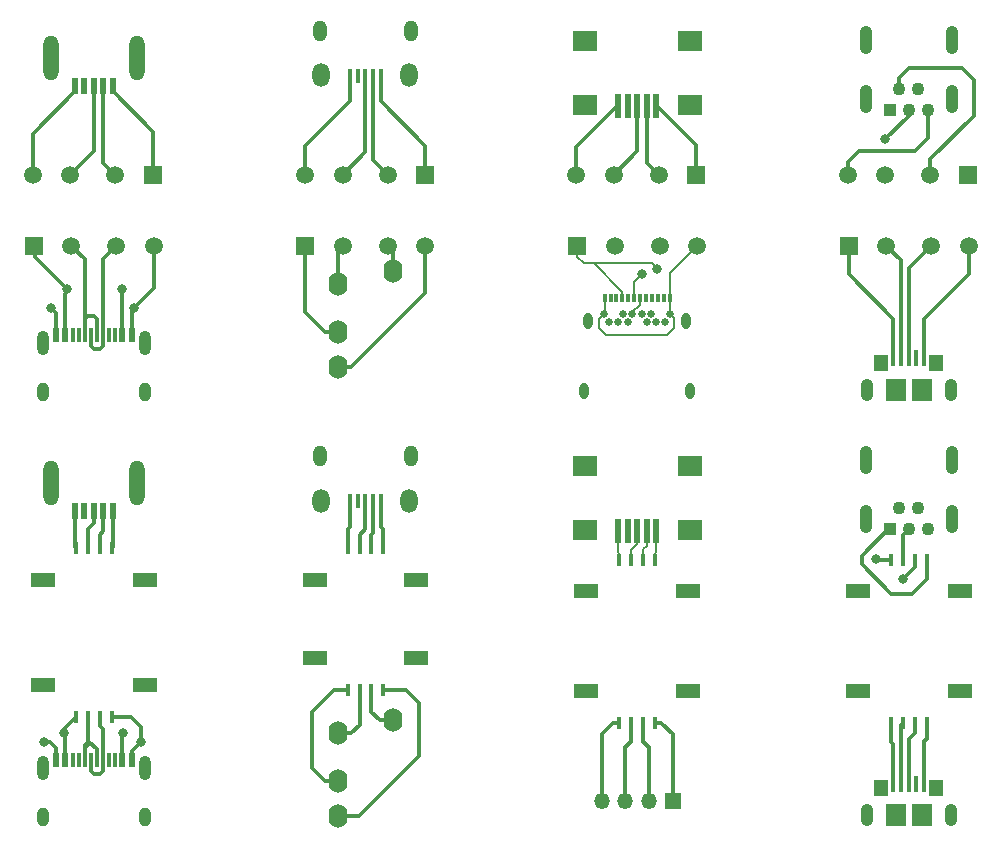
<source format=gbr>
G04 #@! TF.GenerationSoftware,KiCad,Pcbnew,(5.1.5)-3*
G04 #@! TF.CreationDate,2020-04-27T00:01:42+07:00*
G04 #@! TF.ProjectId,adapter,61646170-7465-4722-9e6b-696361645f70,rev?*
G04 #@! TF.SameCoordinates,Original*
G04 #@! TF.FileFunction,Copper,L1,Top*
G04 #@! TF.FilePolarity,Positive*
%FSLAX46Y46*%
G04 Gerber Fmt 4.6, Leading zero omitted, Abs format (unit mm)*
G04 Created by KiCad (PCBNEW (5.1.5)-3) date 2020-04-27 00:01:42*
%MOMM*%
%LPD*%
G04 APERTURE LIST*
%ADD10O,1.350000X1.350000*%
%ADD11R,1.350000X1.350000*%
%ADD12R,2.000000X1.300000*%
%ADD13R,0.400000X1.000000*%
%ADD14O,1.600000X2.000000*%
%ADD15R,0.500000X1.400000*%
%ADD16O,1.300000X3.800000*%
%ADD17O,1.150000X1.800000*%
%ADD18O,1.450000X2.000000*%
%ADD19R,0.450000X1.300000*%
%ADD20R,0.300000X1.150000*%
%ADD21R,0.600000X1.150000*%
%ADD22O,1.000000X1.600000*%
%ADD23O,1.000000X2.100000*%
%ADD24O,1.100000X2.400000*%
%ADD25R,1.750000X1.900000*%
%ADD26R,0.400000X1.400000*%
%ADD27O,1.050000X1.900000*%
%ADD28R,1.150000X1.450000*%
%ADD29R,0.500000X2.000000*%
%ADD30R,2.000000X1.700000*%
%ADD31R,1.100000X1.100000*%
%ADD32C,1.100000*%
%ADD33R,1.500000X1.500000*%
%ADD34C,1.500000*%
%ADD35C,0.650000*%
%ADD36O,0.800000X1.400000*%
%ADD37R,0.300000X0.700000*%
%ADD38C,0.800000*%
%ADD39C,0.310000*%
%ADD40C,0.200000*%
G04 APERTURE END LIST*
D10*
X68000000Y-81500000D03*
X70000000Y-81500000D03*
X72000000Y-81500000D03*
D11*
X74000000Y-81500000D03*
D12*
X75300000Y-72210000D03*
X66700000Y-72210000D03*
D13*
X72500000Y-74910000D03*
X71500000Y-74910000D03*
X70500000Y-74910000D03*
X69500000Y-74910000D03*
X46500000Y-72160000D03*
X47500000Y-72160000D03*
X48500000Y-72160000D03*
X49500000Y-72160000D03*
D12*
X43700000Y-69460000D03*
X52300000Y-69460000D03*
D14*
X50300000Y-74700000D03*
X45700000Y-75800000D03*
X45700000Y-82800000D03*
X45700000Y-79800000D03*
D13*
X92500000Y-74910000D03*
X93500000Y-74910000D03*
X94500000Y-74910000D03*
X95500000Y-74910000D03*
D12*
X89700000Y-72210000D03*
X98300000Y-72210000D03*
X29300000Y-71710000D03*
X20700000Y-71710000D03*
D13*
X26500000Y-74410000D03*
X25500000Y-74410000D03*
X24500000Y-74410000D03*
X23500000Y-74410000D03*
D12*
X89700000Y-63790000D03*
X98300000Y-63790000D03*
D13*
X92500000Y-61090000D03*
X93500000Y-61090000D03*
X94500000Y-61090000D03*
X95500000Y-61090000D03*
X72500000Y-61090000D03*
X71500000Y-61090000D03*
X70500000Y-61090000D03*
X69500000Y-61090000D03*
D12*
X75300000Y-63790000D03*
X66700000Y-63790000D03*
X43700000Y-62790000D03*
X52300000Y-62790000D03*
D13*
X46500000Y-60090000D03*
X47500000Y-60090000D03*
X48500000Y-60090000D03*
X49500000Y-60090000D03*
D12*
X20700000Y-62790000D03*
X29300000Y-62790000D03*
D13*
X23500000Y-60090000D03*
X24500000Y-60090000D03*
X25500000Y-60090000D03*
X26500000Y-60090000D03*
D15*
X26600000Y-57000000D03*
X25800000Y-57000000D03*
X25000000Y-57000000D03*
X24200000Y-57000000D03*
X23400000Y-57000000D03*
D16*
X28650000Y-54600000D03*
X21350000Y-54600000D03*
D17*
X44125000Y-52300000D03*
X51875000Y-52300000D03*
D18*
X44275000Y-56100000D03*
X51725000Y-56100000D03*
D19*
X46700000Y-56150000D03*
X47350000Y-56150000D03*
X48000000Y-56150000D03*
X48650000Y-56150000D03*
X49300000Y-56150000D03*
D20*
X23250000Y-78055000D03*
X23750000Y-78055000D03*
X24250000Y-78055000D03*
X26750000Y-78055000D03*
X26250000Y-78055000D03*
X25750000Y-78055000D03*
X25250000Y-78055000D03*
D21*
X21800000Y-78055000D03*
D22*
X29320000Y-82900000D03*
X20680000Y-82900000D03*
D23*
X29320000Y-78720000D03*
X20680000Y-78720000D03*
D21*
X22600000Y-78055000D03*
X27400000Y-78055000D03*
X28200000Y-78055000D03*
D20*
X24750000Y-78055000D03*
D24*
X97650000Y-52625000D03*
X90350000Y-52625000D03*
D25*
X95125000Y-82700000D03*
D26*
X93350000Y-80050000D03*
X92700000Y-80050000D03*
X95300000Y-80050000D03*
X94650000Y-80050000D03*
X94000000Y-80050000D03*
D25*
X92875000Y-82700000D03*
D27*
X90425000Y-82700000D03*
X97575000Y-82700000D03*
D28*
X96320000Y-80470000D03*
X91680000Y-80470000D03*
D29*
X72600000Y-58700000D03*
X71800000Y-58700000D03*
X71000000Y-58700000D03*
X70200000Y-58700000D03*
X69400000Y-58700000D03*
D30*
X75450000Y-58600000D03*
X75450000Y-53150000D03*
X66550000Y-58600000D03*
X66550000Y-53150000D03*
D31*
X92400000Y-58500000D03*
D32*
X93200000Y-56750000D03*
X94000000Y-58500000D03*
X94800000Y-56750000D03*
X95600000Y-58500000D03*
D24*
X90350000Y-57625000D03*
X97650000Y-57625000D03*
D28*
X91680000Y-44470000D03*
X96320000Y-44470000D03*
D27*
X97575000Y-46700000D03*
X90425000Y-46700000D03*
D25*
X92875000Y-46700000D03*
D26*
X94000000Y-44050000D03*
X94650000Y-44050000D03*
X95300000Y-44050000D03*
X92700000Y-44050000D03*
X93350000Y-44050000D03*
D25*
X95125000Y-46700000D03*
D33*
X88920000Y-34500000D03*
D34*
X92095000Y-34500000D03*
X95905000Y-34500000D03*
X99080000Y-34500000D03*
D35*
X68600000Y-40990000D03*
X69400000Y-40990000D03*
X70200000Y-40990000D03*
X71800000Y-40990000D03*
X72600000Y-40990000D03*
X73400000Y-40990000D03*
X68200000Y-40290000D03*
X69800000Y-40290000D03*
X70600000Y-40290000D03*
X71400000Y-40290000D03*
X72200000Y-40290000D03*
X73800000Y-40290000D03*
D36*
X66510000Y-46840000D03*
X75490000Y-46840000D03*
X75130000Y-40890000D03*
D37*
X73250000Y-38980000D03*
X71750000Y-38980000D03*
X72250000Y-38980000D03*
X72750000Y-38980000D03*
X73750000Y-38980000D03*
X71250000Y-38980000D03*
X70750000Y-38980000D03*
X70250000Y-38980000D03*
X69750000Y-38980000D03*
X69250000Y-38980000D03*
X68750000Y-38980000D03*
X68250000Y-38980000D03*
D36*
X66870000Y-40890000D03*
D24*
X90350000Y-17125000D03*
X97650000Y-17125000D03*
D33*
X65920000Y-34500000D03*
D34*
X69095000Y-34500000D03*
X72905000Y-34500000D03*
X76080000Y-34500000D03*
D24*
X97650000Y-22125000D03*
X90350000Y-22125000D03*
D32*
X95600000Y-23000000D03*
X94800000Y-21250000D03*
X94000000Y-23000000D03*
X93200000Y-21250000D03*
D31*
X92400000Y-23000000D03*
D34*
X88825000Y-28500000D03*
X92000000Y-28500000D03*
X95810000Y-28500000D03*
D33*
X98985000Y-28500000D03*
D30*
X66550000Y-17150000D03*
X66550000Y-22600000D03*
X75450000Y-17150000D03*
X75450000Y-22600000D03*
D29*
X69400000Y-22700000D03*
X70200000Y-22700000D03*
X71000000Y-22700000D03*
X71800000Y-22700000D03*
X72600000Y-22700000D03*
D33*
X75985000Y-28500000D03*
D34*
X72810000Y-28500000D03*
X69000000Y-28500000D03*
X65825000Y-28500000D03*
X19825000Y-28500000D03*
X23000000Y-28500000D03*
X26810000Y-28500000D03*
D33*
X29985000Y-28500000D03*
D34*
X42920000Y-28500000D03*
X46095000Y-28500000D03*
X49905000Y-28500000D03*
D33*
X53080000Y-28500000D03*
D34*
X30080000Y-34500000D03*
X26905000Y-34500000D03*
X23095000Y-34500000D03*
D33*
X19920000Y-34500000D03*
D19*
X49300000Y-20150000D03*
X48650000Y-20150000D03*
X48000000Y-20150000D03*
X47350000Y-20150000D03*
X46700000Y-20150000D03*
D18*
X51725000Y-20100000D03*
X44275000Y-20100000D03*
D17*
X51875000Y-16300000D03*
X44125000Y-16300000D03*
D16*
X21350000Y-18600000D03*
X28650000Y-18600000D03*
D15*
X23400000Y-21000000D03*
X24200000Y-21000000D03*
X25000000Y-21000000D03*
X25800000Y-21000000D03*
X26600000Y-21000000D03*
D20*
X24750000Y-42055000D03*
D21*
X28200000Y-42055000D03*
X27400000Y-42055000D03*
X22600000Y-42055000D03*
D23*
X20680000Y-42720000D03*
X29320000Y-42720000D03*
D22*
X20680000Y-46900000D03*
X29320000Y-46900000D03*
D21*
X21800000Y-42055000D03*
D20*
X25250000Y-42055000D03*
X25750000Y-42055000D03*
X26250000Y-42055000D03*
X26750000Y-42055000D03*
X24250000Y-42055000D03*
X23750000Y-42055000D03*
X23250000Y-42055000D03*
D14*
X45700000Y-41800000D03*
X45700000Y-44800000D03*
X45700000Y-37800000D03*
X50300000Y-36700000D03*
D33*
X42920000Y-34500000D03*
D34*
X46095000Y-34500000D03*
X49905000Y-34500000D03*
X53080000Y-34500000D03*
D38*
X22750000Y-38200000D03*
X27400000Y-38200000D03*
X28400000Y-39800000D03*
X92000000Y-25500000D03*
X21400000Y-39800000D03*
X71400000Y-36900000D03*
X72700000Y-36450000D03*
X91250000Y-61000000D03*
X93500000Y-62750000D03*
X29000000Y-76500000D03*
X20750000Y-76500000D03*
X27500000Y-75750000D03*
X22500000Y-75750000D03*
D39*
X46700000Y-20650000D02*
X46700000Y-22300000D01*
X42920000Y-26080000D02*
X42920000Y-28500000D01*
X46700000Y-22300000D02*
X42920000Y-26080000D01*
X49300000Y-22300000D02*
X49300000Y-20650000D01*
X53080000Y-26080000D02*
X49300000Y-22300000D01*
X53080000Y-28500000D02*
X53080000Y-26080000D01*
X19825000Y-25025000D02*
X19825000Y-28500000D01*
X23400000Y-21000000D02*
X23400000Y-21450000D01*
X23400000Y-21450000D02*
X19825000Y-25025000D01*
X26600000Y-21450000D02*
X30000000Y-24850000D01*
X26600000Y-21000000D02*
X26600000Y-21450000D01*
X30000000Y-27424340D02*
X30000000Y-24850000D01*
X29985000Y-27439340D02*
X30000000Y-27424340D01*
X29985000Y-28500000D02*
X29985000Y-27439340D01*
X24750000Y-42055000D02*
X24750000Y-43000000D01*
X24750000Y-43000000D02*
X25000000Y-43250000D01*
X25000000Y-43250000D02*
X25500000Y-43250000D01*
X25500000Y-43250000D02*
X25750000Y-43000000D01*
X25750000Y-43000000D02*
X25750000Y-42055000D01*
X25250000Y-41250000D02*
X25250000Y-42055000D01*
X25250000Y-40750000D02*
X25250000Y-41250000D01*
X25000000Y-40500000D02*
X25250000Y-40750000D01*
X24500000Y-40500000D02*
X24250000Y-40750000D01*
X24250000Y-40750000D02*
X24250000Y-40500000D01*
X24250000Y-42055000D02*
X24250000Y-40750000D01*
X24500000Y-40500000D02*
X25000000Y-40500000D01*
X24250000Y-40500000D02*
X24500000Y-40500000D01*
X53080000Y-35560000D02*
X53080000Y-34500000D01*
X53080000Y-38530000D02*
X53080000Y-35560000D01*
X46810000Y-44800000D02*
X53080000Y-38530000D01*
X45700000Y-44800000D02*
X46810000Y-44800000D01*
X50300000Y-34895000D02*
X49905000Y-34500000D01*
X50300000Y-36700000D02*
X50300000Y-34895000D01*
X45700000Y-34895000D02*
X46095000Y-34500000D01*
X45700000Y-37800000D02*
X45700000Y-34895000D01*
X44590000Y-41800000D02*
X45700000Y-41800000D01*
X42920000Y-40130000D02*
X44590000Y-41800000D01*
X42920000Y-34500000D02*
X42920000Y-40130000D01*
X22600000Y-42055000D02*
X22600000Y-38600000D01*
X22600000Y-38600000D02*
X23000000Y-38200000D01*
X27400000Y-38765685D02*
X27400000Y-42055000D01*
X27400000Y-38200000D02*
X27400000Y-38765685D01*
X28200000Y-42055000D02*
X28200000Y-40000000D01*
X28200000Y-40000000D02*
X28400000Y-39800000D01*
X75985000Y-28500000D02*
X75985000Y-27439340D01*
X75985000Y-27439340D02*
X76000000Y-27424340D01*
X65825000Y-26175000D02*
X65825000Y-28500000D01*
X69300000Y-22700000D02*
X65825000Y-26175000D01*
X69400000Y-22700000D02*
X69300000Y-22700000D01*
X75985000Y-25985000D02*
X75985000Y-28500000D01*
X72700000Y-22700000D02*
X75985000Y-25985000D01*
X72600000Y-22700000D02*
X72700000Y-22700000D01*
X95600000Y-22700000D02*
X95700000Y-22700000D01*
X92400000Y-22700000D02*
X92300000Y-22700000D01*
X25800000Y-27490000D02*
X26810000Y-28500000D01*
X25800000Y-21000000D02*
X25800000Y-27490000D01*
X25000000Y-26500000D02*
X23000000Y-28500000D01*
X25000000Y-21000000D02*
X25000000Y-26500000D01*
X48650000Y-27245000D02*
X49905000Y-28500000D01*
X48650000Y-20150000D02*
X48650000Y-27245000D01*
X48000000Y-26595000D02*
X46095000Y-28500000D01*
X48000000Y-20150000D02*
X48000000Y-26595000D01*
X71800000Y-27490000D02*
X72810000Y-28500000D01*
X71800000Y-22700000D02*
X71800000Y-27490000D01*
X71000000Y-26500000D02*
X69000000Y-28500000D01*
X71000000Y-22700000D02*
X71000000Y-26500000D01*
X95810000Y-27190000D02*
X95810000Y-28500000D01*
X99500000Y-23500000D02*
X95810000Y-27190000D01*
X99500000Y-20500000D02*
X99500000Y-23500000D01*
X94000000Y-19500000D02*
X98500000Y-19500000D01*
X93200000Y-20300000D02*
X94000000Y-19500000D01*
X98500000Y-19500000D02*
X99500000Y-20500000D01*
X93200000Y-21250000D02*
X93200000Y-20300000D01*
X88825000Y-27439340D02*
X89764340Y-26500000D01*
X88825000Y-28500000D02*
X88825000Y-27439340D01*
X89764340Y-26500000D02*
X94500000Y-26500000D01*
X95600000Y-25400000D02*
X95600000Y-23000000D01*
X94500000Y-26500000D02*
X95600000Y-25400000D01*
X94000000Y-23500000D02*
X94000000Y-23000000D01*
X92000000Y-25500000D02*
X94000000Y-23500000D01*
X25750000Y-35655000D02*
X26905000Y-34500000D01*
X25750000Y-42055000D02*
X25750000Y-35655000D01*
X24250000Y-35655000D02*
X23095000Y-34500000D01*
X24250000Y-40500000D02*
X24250000Y-35655000D01*
X30080000Y-35560000D02*
X30080000Y-34500000D01*
X21800000Y-40200000D02*
X21400000Y-39800000D01*
X21800000Y-42055000D02*
X21800000Y-40200000D01*
X30080000Y-38120000D02*
X28400000Y-39800000D01*
X30080000Y-34500000D02*
X30080000Y-38120000D01*
X22750000Y-38200000D02*
X20000000Y-35450000D01*
X20000000Y-35450000D02*
X20000000Y-35250000D01*
X19920000Y-34500000D02*
X20000000Y-35250000D01*
D40*
X70600000Y-40290000D02*
X70600000Y-40100000D01*
X70600000Y-40100000D02*
X71200000Y-39500000D01*
X71200000Y-39030000D02*
X71250000Y-38980000D01*
X71200000Y-39500000D02*
X71200000Y-39030000D01*
X73800000Y-39030000D02*
X73750000Y-38980000D01*
X73800000Y-40290000D02*
X73800000Y-39030000D01*
X73750000Y-36830000D02*
X76080000Y-34500000D01*
X73750000Y-38980000D02*
X73750000Y-36830000D01*
X68250000Y-40240000D02*
X68200000Y-40290000D01*
X68250000Y-38980000D02*
X68250000Y-40240000D01*
X74124999Y-40614999D02*
X74124999Y-41475001D01*
X73800000Y-40290000D02*
X74124999Y-40614999D01*
X74124999Y-41475001D02*
X73500000Y-42100000D01*
X73500000Y-42100000D02*
X68400000Y-42100000D01*
X68400000Y-42100000D02*
X67800000Y-41500000D01*
X67875001Y-40614999D02*
X67875001Y-40624999D01*
X68200000Y-40290000D02*
X67875001Y-40614999D01*
X67800000Y-40700000D02*
X67800000Y-41500000D01*
X67875001Y-40624999D02*
X67800000Y-40700000D01*
X70750000Y-37550000D02*
X71400000Y-36900000D01*
X70750000Y-38980000D02*
X70750000Y-37550000D01*
X65920000Y-35450000D02*
X65920000Y-34500000D01*
X66470000Y-36000000D02*
X65920000Y-35450000D01*
X72250000Y-36000000D02*
X66470000Y-36000000D01*
X72700000Y-36450000D02*
X72250000Y-36000000D01*
X67320000Y-36000000D02*
X66470000Y-36000000D01*
X69750000Y-38430000D02*
X67320000Y-36000000D01*
X69750000Y-38980000D02*
X69750000Y-38430000D01*
D39*
X94000000Y-36405000D02*
X95905000Y-34500000D01*
X93350000Y-42850000D02*
X93350000Y-35755000D01*
X93350000Y-35755000D02*
X92095000Y-34500000D01*
X99080000Y-36920000D02*
X99080000Y-34500000D01*
X95300000Y-42350000D02*
X95300000Y-40700000D01*
X88920000Y-34500000D02*
X88920000Y-36920000D01*
X88920000Y-36920000D02*
X92700000Y-40700000D01*
X95300000Y-40700000D02*
X99080000Y-36920000D01*
X92700000Y-40700000D02*
X92700000Y-42350000D01*
X92700000Y-43040000D02*
X92700000Y-40700000D01*
X92700000Y-44050000D02*
X92700000Y-43040000D01*
X95300000Y-43040000D02*
X95300000Y-40700000D01*
X95300000Y-44050000D02*
X95300000Y-43040000D01*
X94000000Y-42500000D02*
X94000000Y-36405000D01*
X94000000Y-44050000D02*
X94000000Y-42500000D01*
X94000000Y-42850000D02*
X94000000Y-42500000D01*
X93350000Y-43040000D02*
X93350000Y-35755000D01*
X93350000Y-44050000D02*
X93350000Y-43040000D01*
X46700000Y-56650000D02*
X46700000Y-58300000D01*
X49300000Y-58300000D02*
X49300000Y-56650000D01*
X23400000Y-57000000D02*
X23400000Y-57450000D01*
X26600000Y-57000000D02*
X26600000Y-57450000D01*
X25000000Y-79250000D02*
X25500000Y-79250000D01*
X24750000Y-78055000D02*
X24750000Y-79000000D01*
X24750000Y-79000000D02*
X25000000Y-79250000D01*
X25500000Y-79250000D02*
X25750000Y-79000000D01*
X25750000Y-79000000D02*
X25750000Y-78055000D01*
X24500000Y-76500000D02*
X24250000Y-76750000D01*
X92400000Y-58700000D02*
X92300000Y-58700000D01*
X95600000Y-58700000D02*
X95700000Y-58700000D01*
X72600000Y-58700000D02*
X72700000Y-58700000D01*
X69400000Y-58700000D02*
X69300000Y-58700000D01*
X26600000Y-59990000D02*
X26500000Y-60090000D01*
X26600000Y-57000000D02*
X26600000Y-59990000D01*
X25800000Y-57000000D02*
X25800000Y-58700000D01*
X25500000Y-59000000D02*
X25500000Y-60090000D01*
X25800000Y-58700000D02*
X25500000Y-59000000D01*
X25000000Y-57000000D02*
X25000000Y-58010000D01*
X24500000Y-58510000D02*
X24500000Y-60090000D01*
X25000000Y-58010000D02*
X24500000Y-58510000D01*
X23400000Y-59990000D02*
X23500000Y-60090000D01*
X23400000Y-57000000D02*
X23400000Y-59990000D01*
X49300000Y-56150000D02*
X49300000Y-58300000D01*
X49500000Y-58500000D02*
X49500000Y-60090000D01*
X49300000Y-58300000D02*
X49500000Y-58500000D01*
X46500000Y-58500000D02*
X46700000Y-58300000D01*
X46500000Y-60090000D02*
X46500000Y-58500000D01*
X48650000Y-56150000D02*
X48650000Y-58850000D01*
X48500000Y-59000000D02*
X48500000Y-60090000D01*
X48650000Y-58850000D02*
X48500000Y-59000000D01*
X48000000Y-56150000D02*
X48000000Y-58500000D01*
X47500000Y-59000000D02*
X47500000Y-60090000D01*
X48000000Y-58500000D02*
X47500000Y-59000000D01*
D40*
X72600000Y-60490000D02*
X72500000Y-60590000D01*
X72600000Y-58700000D02*
X72600000Y-60490000D01*
X71800000Y-59900000D02*
X71500000Y-60200000D01*
X71500000Y-60200000D02*
X71500000Y-60590000D01*
X71800000Y-58700000D02*
X71800000Y-59900000D01*
X70500000Y-60590000D02*
X70500000Y-60250000D01*
X70500000Y-60250000D02*
X71000000Y-59750000D01*
X71000000Y-59750000D02*
X71000000Y-58700000D01*
X69400000Y-60490000D02*
X69500000Y-60590000D01*
X69400000Y-58700000D02*
X69400000Y-60490000D01*
D39*
X92250000Y-58500000D02*
X90000000Y-60750000D01*
X92400000Y-58500000D02*
X92250000Y-58500000D01*
X90000000Y-60750000D02*
X90000000Y-61500000D01*
X92500000Y-61090000D02*
X91340000Y-61090000D01*
X91340000Y-61090000D02*
X91250000Y-61000000D01*
X95500000Y-61090000D02*
X95500000Y-62750000D01*
X95500000Y-62750000D02*
X94250000Y-64000000D01*
X92500000Y-64000000D02*
X90000000Y-61500000D01*
X94250000Y-64000000D02*
X92500000Y-64000000D01*
X93500000Y-59000000D02*
X94000000Y-58500000D01*
X93500000Y-61090000D02*
X93500000Y-59000000D01*
X94500000Y-61090000D02*
X94500000Y-61750000D01*
X94500000Y-61750000D02*
X93500000Y-62750000D01*
X95300000Y-80050000D02*
X95300000Y-76450000D01*
X95500000Y-76250000D02*
X95500000Y-74910000D01*
X95300000Y-76450000D02*
X95500000Y-76250000D01*
X92700000Y-80050000D02*
X92700000Y-76700000D01*
X92500000Y-76500000D02*
X92500000Y-74910000D01*
X92700000Y-76700000D02*
X92500000Y-76500000D01*
X93350000Y-75060000D02*
X93500000Y-74910000D01*
X93350000Y-80050000D02*
X93350000Y-75060000D01*
X94000000Y-80050000D02*
X94000000Y-76250000D01*
X94500000Y-75750000D02*
X94500000Y-74910000D01*
X94000000Y-76250000D02*
X94500000Y-75750000D01*
X28200000Y-78055000D02*
X28200000Y-77300000D01*
X28200000Y-77300000D02*
X29000000Y-76500000D01*
X20750000Y-76500000D02*
X21250000Y-76500000D01*
X21800000Y-77050000D02*
X21800000Y-78055000D01*
X21250000Y-76500000D02*
X21800000Y-77050000D01*
X27400000Y-75850000D02*
X27500000Y-75750000D01*
X27400000Y-78055000D02*
X27400000Y-75850000D01*
X22600000Y-75850000D02*
X22500000Y-75750000D01*
X22600000Y-78055000D02*
X22600000Y-75850000D01*
X28160000Y-74410000D02*
X26500000Y-74410000D01*
X29000000Y-76500000D02*
X29000000Y-75250000D01*
X29000000Y-75250000D02*
X28160000Y-74410000D01*
X22500000Y-75410000D02*
X23500000Y-74410000D01*
X22500000Y-75750000D02*
X22500000Y-75410000D01*
X24500000Y-76750000D02*
X24500000Y-74410000D01*
X24250000Y-77000000D02*
X24500000Y-76750000D01*
X24250000Y-77000000D02*
X24250000Y-76750000D01*
X24250000Y-78055000D02*
X24250000Y-77000000D01*
X24580000Y-76500000D02*
X24500000Y-76500000D01*
X25250000Y-77170000D02*
X24580000Y-76500000D01*
X25250000Y-78055000D02*
X25250000Y-77170000D01*
X25500000Y-74410000D02*
X25500000Y-75220000D01*
X25750000Y-75470000D02*
X25750000Y-75750000D01*
X25500000Y-75220000D02*
X25750000Y-75470000D01*
X25750000Y-78055000D02*
X25750000Y-75750000D01*
X48500000Y-72970000D02*
X48500000Y-72160000D01*
X48500000Y-74010000D02*
X48500000Y-72970000D01*
X49190000Y-74700000D02*
X48500000Y-74010000D01*
X50300000Y-74700000D02*
X49190000Y-74700000D01*
X49500000Y-72160000D02*
X51410000Y-72160000D01*
X51410000Y-72160000D02*
X52500000Y-73250000D01*
X52500000Y-73250000D02*
X52500000Y-77750000D01*
X47450000Y-82800000D02*
X45700000Y-82800000D01*
X52500000Y-77750000D02*
X47450000Y-82800000D01*
X47500000Y-72970000D02*
X47500000Y-72160000D01*
X47500000Y-75110000D02*
X47500000Y-72970000D01*
X46810000Y-75800000D02*
X47500000Y-75110000D01*
X45700000Y-75800000D02*
X46810000Y-75800000D01*
X44590000Y-79800000D02*
X43500000Y-78710000D01*
X45700000Y-79800000D02*
X44590000Y-79800000D01*
X43500000Y-78710000D02*
X43500000Y-74000000D01*
X45340000Y-72160000D02*
X46500000Y-72160000D01*
X43500000Y-74000000D02*
X45340000Y-72160000D01*
X73010000Y-74910000D02*
X72500000Y-74910000D01*
X74000000Y-75900000D02*
X73010000Y-74910000D01*
X74000000Y-81500000D02*
X74000000Y-75900000D01*
X72000000Y-81500000D02*
X72000000Y-77000000D01*
X71500000Y-76500000D02*
X71500000Y-74910000D01*
X72000000Y-77000000D02*
X71500000Y-76500000D01*
X70000000Y-81500000D02*
X70000000Y-77000000D01*
X70500000Y-76500000D02*
X70500000Y-74910000D01*
X70000000Y-77000000D02*
X70500000Y-76500000D01*
X68990000Y-74910000D02*
X69500000Y-74910000D01*
X68000000Y-75900000D02*
X68990000Y-74910000D01*
X68000000Y-81500000D02*
X68000000Y-75900000D01*
M02*

</source>
